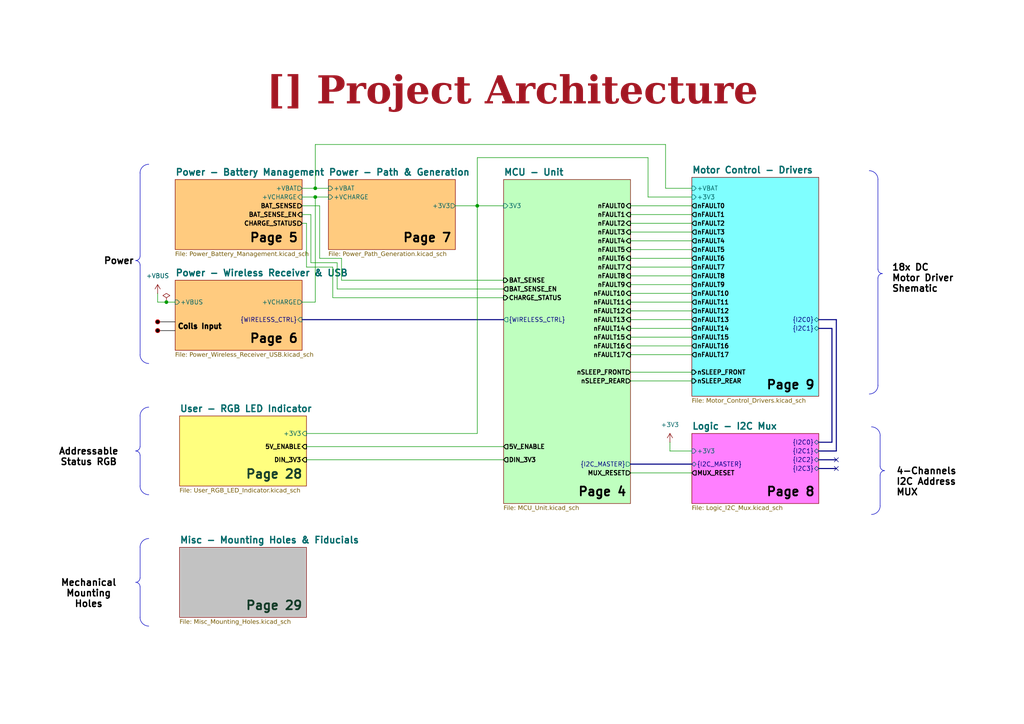
<source format=kicad_sch>
(kicad_sch (version 20250114) (generator "eeschema") (generator_version "9.0")
  (paper "A4")
  (title_block (title "Project Architecture") (date "2025-02-16") (rev "${REVISION}") (company "${COMPANY}"))
  (lib_symbols
    (symbol "power:+3V3" (power) (pin_numbers (hide yes)) (pin_names (offset 0) (hide yes))
      (property "Value" "+3V3" (at 0 3.556 0))
      (symbol "+3V3_0_1"
        (polyline (pts (xy -0.762 1.27) (xy 0 2.54)))
        (polyline (pts (xy 0 2.54) (xy 0.762 1.27)))
        (polyline (pts (xy 0 0) (xy 0 2.54)))
      )
      (symbol "+3V3_1_1"
        (pin power_in line (at 0 0 90) (length 0) (name "~") (number "1"))
      )
    )
    (symbol "power:PWR_FLAG" (power) (pin_numbers (hide yes)) (pin_names (offset 0) (hide yes))
      (property "Value" "PWR_FLAG" (at 0 3.81 0))
      (symbol "PWR_FLAG_0_0"
        (pin power_out line (at 0 0 90) (length 0) (name "~") (number "1"))
      )
      (symbol "PWR_FLAG_0_1"
        (polyline (pts (xy 0 0) (xy 0 1.27) (xy -1.016 1.905) (xy 0 2.54) (xy 1.016 1.905) (xy 0 1.27)))
      )
    )
    (symbol "power:VBUS" (power) (pin_numbers (hide yes)) (pin_names (offset 0) (hide yes))
      (property "Value" "VBUS" (at 0 3.556 0))
      (symbol "VBUS_0_1"
        (polyline (pts (xy -0.762 1.27) (xy 0 2.54)))
        (polyline (pts (xy 0 2.54) (xy 0.762 1.27)))
        (polyline (pts (xy 0 0) (xy 0 2.54)))
      )
      (symbol "VBUS_1_1"
        (pin power_in line (at 0 0 90) (length 0) (name "~") (number "1"))
      )
    )
  )
  (bus_alias "I2C_MASTER" (members "I2C1_SCL" "I2C1_SDA"))
  (arc (start 40.62 74.315) (mid 40.2451 75.2101) (end 39.35 75.585))
  (arc (start 43.16 143.49) (mid 41.3657 142.7458) (end 40.62 140.95))
  (arc (start 256.56 136.505) (mid 255.6649 136.1301) (end 255.29 135.235))
  (arc (start 40.62 167.62) (mid 40.2434 168.5119) (end 39.35 168.89))
  (circle (center 45.72 93.345) (radius 0.635) (stroke (width 0) (color 255 0 0 1)) (fill (type color) (color 0 0 0 1)))
  (arc (start 255.29 137.775) (mid 255.6649 136.8799) (end 256.56 136.505))
  (arc (start 252.75 123.805) (mid 254.5402 124.5548) (end 255.29 126.345))
  (arc (start 40.62 158.73) (mid 41.3715 156.9429) (end 43.16 156.19))
  (arc (start 43.16 105.43) (mid 41.3698 104.6802) (end 40.62 102.89))
  (arc (start 255.925 79.355) (mid 255.0299 78.9801) (end 254.655 78.085))
  (arc (start 254.655 111.74) (mid 253.9111 113.5361) (end 252.115 114.28))
  (arc (start 40.62 50.185) (mid 41.3639 48.3889) (end 43.16 47.645))
  (arc (start 43.16 181.59) (mid 41.3657 180.8458) (end 40.62 179.05))
  (arc (start 39.35 130.79) (mid 40.2469 131.1646) (end 40.62 132.06))
  (arc (start 39.35 75.585) (mid 40.2451 75.9599) (end 40.62 76.855))
  (arc (start 254.655 80.625) (mid 255.0299 79.7299) (end 255.925 79.355))
  (circle (center 45.72 95.885) (radius 0.635) (stroke (width 0) (color 255 0 0 1)) (fill (type color) (color 0 0 0 1)))
  (arc (start 252.115 49.51) (mid 253.9052 50.2598) (end 254.655 52.05))
  (arc (start 255.29 146.665) (mid 254.5461 148.4611) (end 252.75 149.205))
  (arc (start 40.62 129.52) (mid 40.2434 130.4119) (end 39.35 130.79))
  (arc (start 40.62 120.63) (mid 41.3715 118.8429) (end 43.16 118.09))
  (arc (start 39.35 168.89) (mid 40.2469 169.2646) (end 40.62 170.16))
  (text "Page 28" (at 87.884 139.192 0) (effects (font (size 2.54 2.54) (bold yes)) (justify right bottom)))
  (text "Page 7" (at 131.064 70.612 0) (effects (font (size 2.54 2.54) (bold yes)) (justify right bottom)))
  (text "Page 6" (at 86.614 99.822 0) (effects (font (size 2.54 2.54) (bold yes)) (justify right bottom)))
  (text "Page 4" (at 181.864 144.272 0) (effects (font (size 2.54 2.54) (bold yes)) (justify right bottom)))
  (text "Page 5" (at 86.614 70.612 0) (effects (font (size 2.54 2.54) (bold yes)) (justify right bottom)))
  (text "Page 9" (at 236.474 113.284 0) (effects (font (size 2.54 2.54) (bold yes)) (justify right bottom)))
  (text "Page 8" (at 236.474 144.272 0) (effects (font (size 2.54 2.54) (bold yes)) (justify right bottom)))
  (text "Page 29" (at 87.884 177.292 0) (effects (font (size 2.54 2.54) (bold yes)) (justify right bottom)))
  (text_box "4-Channels I2C Address MUX" (at 258.445 133.985 0) (size 22.225 7.62) (margins 1.4287 1.4287 1.4287 1.4287) (stroke (width -0.0001)) (effects (font (size 1.905 1.905) (thickness 0.381) (bold yes)) (justify left top)))
  (text_box "Coils Input" (at 49.9753 92.2759 0) (size 17.145 5.1) (margins 1.4287 1.4287 1.4287 1.4287) (stroke (width -0.0001)) (effects (font (size 1.524 1.524) (thickness 0.381) (bold yes)) (justify left top)))
  (text_box "[${#}] ${TITLE}" (at 12.065 20.32 0) (size 273.05 12.7) (margins 5.9999 5.9999 5.9999 5.9999) (stroke (width -0.0001)) (effects (font (size 8 8) (thickness 1.2) (bold yes))))
  (text_box "18x DC Motor Driver Shematic" (at 257.175 74.93 0) (size 22.86 8.255) (margins 1.4287 1.4287 1.4287 1.4287) (stroke (width -0.0001)) (effects (font (size 1.905 1.905) (thickness 0.381) (bold yes)) (justify left top)))
  (text_box "Mechanical Mounting Holes" (at 13.97 166.37 0) (size 23.495 11.43) (margins 1.4287 1.4287 1.4287 1.4287) (stroke (width -0.0001)) (effects (font (size 1.905 1.905) (thickness 0.381) (bold yes)) (justify top)))
  (text_box "Power" (at 28.575 73.025 0) (size 17.145 5.1) (margins 1.4287 1.4287 1.4287 1.4287) (stroke (width -0.0001)) (effects (font (size 1.905 1.905) (thickness 0.381) (bold yes)) (justify left top)))
  (text_box "Addressable Status RGB " (at 13.97 128.27 0) (size 23.495 11.43) (margins 1.4287 1.4287 1.4287 1.4287) (stroke (width -0.0001)) (effects (font (size 1.905 1.905) (thickness 0.381) (bold yes)) (justify top)))
  (junction (at 91.44 54.61))
  (junction (at 91.44 57.15))
  (junction (at 48.26 87.63))
  (junction (at 138.43 59.69))
  (no_connect (at 242.57 135.89))
  (no_connect (at 242.57 133.35))
  (wire (pts (xy 182.88 102.87) (xy 200.66 102.87)))
  (polyline (pts (xy 40.64 170.18) (xy 40.64 179.07)))
  (wire (pts (xy 182.88 74.93) (xy 200.66 74.93)))
  (wire (pts (xy 182.88 95.25) (xy 200.66 95.25)))
  (wire (pts (xy 182.88 72.39) (xy 200.66 72.39)))
  (bus (pts (xy 237.49 92.71) (xy 242.57 92.71)))
  (wire (pts (xy 87.63 59.69) (xy 92.71 59.69)))
  (wire (pts (xy 87.63 54.61) (xy 91.44 54.61)))
  (wire (pts (xy 48.26 87.63) (xy 50.8 87.63)))
  (wire (pts (xy 91.44 57.15) (xy 95.25 57.15)))
  (bus (pts (xy 242.57 92.71) (xy 242.57 130.81)))
  (wire (pts (xy 92.71 59.69) (xy 92.71 74.93)))
  (wire (pts (xy 45.72 85.09) (xy 45.72 87.63)))
  (wire (pts (xy 87.63 62.23) (xy 90.17 62.23)))
  (wire (pts (xy 97.79 83.82) (xy 146.05 83.82)))
  (wire (pts (xy 182.88 137.16) (xy 200.66 137.16)))
  (wire (pts (xy 187.96 45.72) (xy 187.96 57.15)))
  (wire (pts (xy 96.52 86.36) (xy 146.05 86.36)))
  (bus (pts (xy 237.49 130.81) (xy 242.57 130.81)))
  (wire (pts (xy 182.88 80.01) (xy 200.66 80.01)))
  (wire (pts (xy 138.43 59.69) (xy 146.05 59.69)))
  (polyline (pts (xy 254.635 80.645) (xy 254.635 111.76)))
  (bus (pts (xy 182.88 134.62) (xy 200.66 134.62)))
  (wire (pts (xy 182.88 85.09) (xy 200.66 85.09)))
  (bus (pts (xy 237.49 95.25) (xy 241.3 95.25)))
  (polyline (pts (xy 40.64 158.75) (xy 40.64 167.64)))
  (polyline (pts (xy 254.635 52.07) (xy 254.635 78.105)))
  (wire (pts (xy 88.9 125.73) (xy 138.43 125.73)))
  (polyline (pts (xy 40.64 102.87) (xy 40.64 76.835)))
  (wire (pts (xy 187.96 57.15) (xy 200.66 57.15)))
  (wire (pts (xy 182.88 107.95) (xy 200.66 107.95)))
  (wire (pts (xy 182.88 100.33) (xy 200.66 100.33)))
  (wire (pts (xy 45.72 87.63) (xy 48.26 87.63)))
  (wire (pts (xy 96.52 77.47) (xy 96.52 86.36)))
  (wire (pts (xy 138.43 45.72) (xy 138.43 59.69)))
  (wire (pts (xy 182.88 92.71) (xy 200.66 92.71)))
  (wire (pts (xy 194.31 128.27) (xy 194.31 130.81)))
  (wire (pts (xy 88.9 129.54) (xy 146.05 129.54)))
  (wire (pts (xy 193.04 54.61) (xy 200.66 54.61)))
  (wire (pts (xy 182.88 97.79) (xy 200.66 97.79)))
  (wire (pts (xy 87.63 87.63) (xy 91.44 87.63)))
  (wire (pts (xy 138.43 45.72) (xy 187.96 45.72)))
  (polyline (pts (xy 255.27 126.365) (xy 255.27 135.255)))
  (wire (pts (xy 90.17 76.2) (xy 97.79 76.2)))
  (wire (pts (xy 182.88 82.55) (xy 200.66 82.55)))
  (wire (pts (xy 182.88 62.23) (xy 200.66 62.23)))
  (wire (pts (xy 90.17 62.23) (xy 90.17 76.2)))
  (polyline (pts (xy 255.27 137.795) (xy 255.27 146.685)))
  (wire (pts (xy 88.9 133.35) (xy 146.05 133.35)))
  (bus (pts (xy 237.49 128.27) (xy 241.3 128.27)))
  (wire (pts (xy 182.88 77.47) (xy 200.66 77.47)))
  (wire (pts (xy 182.88 90.17) (xy 200.66 90.17)))
  (wire (pts (xy 182.88 110.49) (xy 200.66 110.49)))
  (wire (pts (xy 87.63 57.15) (xy 91.44 57.15)))
  (bus (pts (xy 241.3 95.25) (xy 241.3 128.27)))
  (bus (pts (xy 237.49 133.35) (xy 242.57 133.35)))
  (wire (pts (xy 99.06 81.28) (xy 146.05 81.28)))
  (wire (pts (xy 182.88 69.85) (xy 200.66 69.85)))
  (wire (pts (xy 138.43 59.69) (xy 138.43 125.73)))
  (wire (pts (xy 182.88 87.63) (xy 200.66 87.63)))
  (wire (pts (xy 87.63 64.77) (xy 88.9 64.77)))
  (polyline (pts (xy 45.72 95.885) (xy 50.8 95.885)) (stroke (width 0) (type solid) (color 0 0 0 1)))
  (wire (pts (xy 91.44 41.91) (xy 193.04 41.91)))
  (bus (pts (xy 237.49 135.89) (xy 242.57 135.89)))
  (bus (pts (xy 87.63 92.71) (xy 146.05 92.71)))
  (wire (pts (xy 182.88 59.69) (xy 200.66 59.69)))
  (wire (pts (xy 91.44 57.15) (xy 91.44 87.63)))
  (polyline (pts (xy 45.72 93.345) (xy 50.8 93.345)) (stroke (width 0) (type solid) (color 0 0 0 1)))
  (wire (pts (xy 193.04 41.91) (xy 193.04 54.61)))
  (wire (pts (xy 182.88 64.77) (xy 200.66 64.77)))
  (wire (pts (xy 182.88 67.31) (xy 200.66 67.31)))
  (wire (pts (xy 91.44 41.91) (xy 91.44 54.61)))
  (wire (pts (xy 91.44 54.61) (xy 95.25 54.61)))
  (wire (pts (xy 132.08 59.69) (xy 138.43 59.69)))
  (wire (pts (xy 88.9 77.47) (xy 96.52 77.47)))
  (polyline (pts (xy 40.64 132.08) (xy 40.64 140.97)))
  (wire (pts (xy 99.06 74.93) (xy 99.06 81.28)))
  (polyline (pts (xy 40.64 120.65) (xy 40.64 129.54)))
  (wire (pts (xy 88.9 64.77) (xy 88.9 77.47)))
  (wire (pts (xy 92.71 74.93) (xy 99.06 74.93)))
  (polyline (pts (xy 40.64 74.295) (xy 40.64 50.165)))
  (wire (pts (xy 194.31 130.81) (xy 200.66 130.81)))
  (wire (pts (xy 97.79 76.2) (xy 97.79 83.82)))
  (symbol (lib_id "power:PWR_FLAG") (at 48.26 87.63 0) (unit 1)
    (property "Reference" "#FLG0301" (effects (hide yes)))
    (property "Value" "PWR_FLAG" (effects (hide yes)))
    (property "Description" "Special symbol for telling ERC where power comes from" (effects (hide yes)))
  )
  (symbol (lib_id "power:VBUS") (at 45.72 85.09 0) (unit 1)
    (property "Reference" "#PWR0301" (effects (hide yes)))
    (property "Value" "+VBUS" (at 45.72 80.01 0))
    (property "Description" "Power symbol creates a global label with name \"VBUS\"" (effects (hide yes)))
  )
  (symbol (lib_id "power:+3V3") (at 194.31 128.27 0) (unit 1)
    (property "Reference" "#PWR0302" (effects (hide yes)))
    (property "Value" "+3V3" (at 194.31 123.19 0))
    (property "Description" "Power symbol creates a global label with name \"+3V3\"" (effects (hide yes)))
  )
  (sheet (at 200.66 51.435) (size 36.83 63.5) (stroke (width 0.1524)) (fill (color 0 255 255 0.5000))
    (property "Sheetname" "Motor Control - Drivers" (at 200.66 50.4059 0) (effects (font (size 1.905 1.905) (bold yes)) (justify left bottom)))
    (property "Sheetfile" "Motor_Control_Drivers.kicad_sch" (at 200.66 115.5196 0) (effects (justify left top)))
    (pin "+3V3" input (at 200.66 57.15 180))
    (pin "+VBAT" input (at 200.66 54.61 180))
    (pin "nFAULT0" output (at 200.66 59.69 180) (effects (font (thickness 0.254) (bold yes))))
    (pin "nFAULT1" output (at 200.66 62.23 180) (effects (font (thickness 0.254) (bold yes))))
    (pin "nFAULT2" output (at 200.66 64.77 180) (effects (font (thickness 0.254) (bold yes))))
    (pin "nFAULT3" output (at 200.66 67.31 180) (effects (font (thickness 0.254) (bold yes))))
    (pin "nFAULT4" output (at 200.66 69.85 180) (effects (font (thickness 0.254) (bold yes))))
    (pin "nFAULT5" output (at 200.66 72.39 180) (effects (font (thickness 0.254) (bold yes))))
    (pin "nFAULT6" output (at 200.66 74.93 180) (effects (font (thickness 0.254) (bold yes))))
    (pin "nFAULT7" output (at 200.66 77.47 180) (effects (font (thickness 0.254) (bold yes))))
    (pin "nFAULT8" output (at 200.66 80.01 180) (effects (font (thickness 0.254) (bold yes))))
    (pin "nFAULT9" output (at 200.66 82.55 180) (effects (font (thickness 0.254) (bold yes))))
    (pin "nFAULT10" output (at 200.66 85.09 180) (effects (font (thickness 0.254) (bold yes))))
    (pin "nFAULT11" output (at 200.66 87.63 180) (effects (font (thickness 0.254) (bold yes))))
    (pin "nFAULT12" output (at 200.66 90.17 180) (effects (font (thickness 0.254) (bold yes))))
    (pin "nFAULT13" output (at 200.66 92.71 180) (effects (font (thickness 0.254) (bold yes))))
    (pin "nFAULT14" output (at 200.66 95.25 180) (effects (font (thickness 0.254) (bold yes))))
    (pin "nFAULT15" output (at 200.66 97.79 180) (effects (font (thickness 0.254) (bold yes))))
    (pin "nFAULT16" output (at 200.66 100.33 180) (effects (font (thickness 0.254) (bold yes))))
    (pin "nFAULT17" output (at 200.66 102.87 180) (effects (font (thickness 0.254) (bold yes))))
    (pin "nSLEEP_FRONT" input (at 200.66 107.95 180) (effects (font (thickness 0.254) (bold yes))))
    (pin "nSLEEP_REAR" input (at 200.66 110.49 180) (effects (font (thickness 0.254) (bold yes))))
    (pin "{I2C0}" bidirectional (at 237.49 92.71 0))
    (pin "{I2C1}" bidirectional (at 237.49 95.25 0))
  )
  (sheet (at 95.25 52.07) (size 36.83 20.32) (stroke (width 0.1524)) (fill (color 255 153 0 0.5000))
    (property "Sheetname" "Power - Path & Generation" (at 95.25 51.0409 0) (effects (font (size 1.905 1.905) (bold yes)) (justify left bottom)))
    (property "Sheetfile" "Power_Path_Generation.kicad_sch" (at 95.25 72.9746 0) (effects (justify left top)))
    (pin "+3V3" output (at 132.08 59.69 0))
    (pin "+VBAT" input (at 95.25 54.61 180))
    (pin "+VCHARGE" input (at 95.25 57.15 180))
  )
  (sheet (at 52.07 120.65) (size 36.83 20.32) (stroke (width 0.1524)) (fill (color 255 255 0 0.5000))
    (property "Sheetname" "User - RGB LED Indicator" (at 52.07 119.6209 0) (effects (font (size 1.905 1.905) (bold yes)) (justify left bottom)))
    (property "Sheetfile" "User_RGB_LED_Indicator.kicad_sch" (at 52.07 141.5546 0) (effects (justify left top)))
    (pin "+3V3" input (at 88.9 125.73 0))
    (pin "5V_ENABLE" input (at 88.9 129.54 0) (effects (font (thickness 0.254) (bold yes))))
    (pin "DIN_3V3" input (at 88.9 133.35 0) (effects (font (thickness 0.254) (bold yes))))
  )
  (sheet (at 146.05 52.07) (size 36.83 93.98) (stroke (width 0.1524)) (fill (color 128 255 128 0.5000))
    (property "Sheetname" "MCU - Unit" (at 146.05 51.0409 0) (effects (font (size 1.905 1.905) (bold yes)) (justify left bottom)))
    (property "Sheetfile" "MCU_Unit.kicad_sch" (at 146.05 146.6346 0) (effects (justify left top)))
    (pin "3V3" input (at 146.05 59.69 180))
    (pin "BAT_SENSE_EN" output (at 146.05 83.82 180) (effects (font (thickness 0.254) (bold yes))))
    (pin "CHARGE_STATUS" input (at 146.05 86.36 180) (effects (font (thickness 0.254) (bold yes))))
    (pin "nSLEEP_FRONT" output (at 182.88 107.95 0) (effects (font (thickness 0.254) (bold yes))))
    (pin "nSLEEP_REAR" output (at 182.88 110.49 0) (effects (font (thickness 0.254) (bold yes))))
    (pin "5V_ENABLE" output (at 146.05 129.54 180) (effects (font (thickness 0.254) (bold yes))))
    (pin "DIN_3V3" output (at 146.05 133.35 180) (effects (font (thickness 0.254) (bold yes))))
    (pin "BAT_SENSE" input (at 146.05 81.28 180) (effects (font (thickness 0.254) (bold yes))))
    (pin "nFAULT0" input (at 182.88 59.69 0) (effects (font (thickness 0.254) (bold yes))))
    (pin "nFAULT1" input (at 182.88 62.23 0) (effects (font (thickness 0.254) (bold yes))))
    (pin "nFAULT2" input (at 182.88 64.77 0) (effects (font (thickness 0.254) (bold yes))))
    (pin "nFAULT3" input (at 182.88 67.31 0) (effects (font (thickness 0.254) (bold yes))))
    (pin "nFAULT4" input (at 182.88 69.85 0) (effects (font (thickness 0.254) (bold yes))))
    (pin "nFAULT5" input (at 182.88 72.39 0) (effects (font (thickness 0.254) (bold yes))))
    (pin "nFAULT6" input (at 182.88 74.93 0) (effects (font (thickness 0.254) (bold yes))))
    (pin "nFAULT7" input (at 182.88 77.47 0) (effects (font (thickness 0.254) (bold yes))))
    (pin "nFAULT8" input (at 182.88 80.01 0) (effects (font (thickness 0.254) (bold yes))))
    (pin "nFAULT9" input (at 182.88 82.55 0) (effects (font (thickness 0.254) (bold yes))))
    (pin "nFAULT10" input (at 182.88 85.09 0) (effects (font (thickness 0.254) (bold yes))))
    (pin "nFAULT11" input (at 182.88 87.63 0) (effects (font (thickness 0.254) (bold yes))))
    (pin "nFAULT12" input (at 182.88 90.17 0) (effects (font (thickness 0.254) (bold yes))))
    (pin "nFAULT13" input (at 182.88 92.71 0) (effects (font (thickness 0.254) (bold yes))))
    (pin "nFAULT14" input (at 182.88 95.25 0) (effects (font (thickness 0.254) (bold yes))))
    (pin "nFAULT15" input (at 182.88 97.79 0) (effects (font (thickness 0.254) (bold yes))))
    (pin "nFAULT16" input (at 182.88 100.33 0) (effects (font (thickness 0.254) (bold yes))))
    (pin "nFAULT17" input (at 182.88 102.87 0) (effects (font (thickness 0.254) (bold yes))))
    (pin "MUX_RESET" output (at 182.88 137.16 0) (effects (font (thickness 0.254) (bold yes))))
    (pin "{I2C_MASTER}" output (at 182.88 134.62 0))
    (pin "{WIRELESS_CTRL}" output (at 146.05 92.71 180))
  )
  (sheet (at 200.66 125.73) (size 36.83 20.32) (stroke (width 0.1524)) (fill (color 255 0 255 0.5000))
    (property "Sheetname" "Logic - I2C Mux" (at 200.66 124.7009 0) (effects (font (size 1.905 1.905) (bold yes)) (justify left bottom)))
    (property "Sheetfile" "Logic_I2C_Mux.kicad_sch" (at 200.66 146.6346 0) (effects (justify left top)))
    (pin "+3V3" input (at 200.66 130.81 180))
    (pin "MUX_RESET" output (at 200.66 137.16 180) (effects (font (thickness 0.254) (bold yes))))
    (pin "{I2C0}" bidirectional (at 237.49 128.27 0))
    (pin "{I2C1}" bidirectional (at 237.49 130.81 0))
    (pin "{I2C2}" bidirectional (at 237.49 133.35 0))
    (pin "{I2C3}" bidirectional (at 237.49 135.89 0))
    (pin "{I2C_MASTER}" bidirectional (at 200.66 134.62 180))
  )
  (sheet (at 52.07 158.75) (size 36.83 20.32) (stroke (width 0.1524)) (fill (color 194 194 194 1.0000))
    (property "Sheetname" "Misc - Mounting Holes & Fiducials" (at 52.07 157.7209 0) (effects (font (size 1.905 1.905) (bold yes)) (justify left bottom)))
    (property "Sheetfile" "Misc_Mounting_Holes.kicad_sch" (at 52.07 179.6546 0) (effects (justify left top)))
  )
  (sheet (at 50.8 52.07) (size 36.83 20.32) (stroke (width 0.1524)) (fill (color 255 153 0 0.5000))
    (property "Sheetname" "Power - Battery Management" (at 50.8 51.0409 0) (effects (font (size 1.905 1.905) (bold yes)) (justify left bottom)))
    (property "Sheetfile" "Power_Battery_Management.kicad_sch" (at 50.8 72.9746 0) (effects (justify left top)))
    (pin "+VBAT" output (at 87.63 54.61 0))
    (pin "+VCHARGE" input (at 87.63 57.15 0))
    (pin "CHARGE_STATUS" output (at 87.63 64.77 0) (effects (font (thickness 0.254) (bold yes))))
    (pin "BAT_SENSE_EN" input (at 87.63 62.23 0) (effects (font (thickness 0.254) (bold yes))))
    (pin "BAT_SENSE" output (at 87.63 59.69 0) (effects (font (thickness 0.254) (bold yes))))
  )
  (sheet (at 50.8 81.28) (size 36.83 20.32) (stroke (width 0.1524)) (fill (color 255 153 0 0.5000))
    (property "Sheetname" "Power - Wireless Receiver & USB" (at 50.8 80.2509 0) (effects (font (size 1.905 1.905) (bold yes)) (justify left bottom)))
    (property "Sheetfile" "Power_Wireless_Receiver_USB.kicad_sch" (at 50.8 102.1846 0) (effects (justify left top)))
    (pin "+VCHARGE" output (at 87.63 87.63 0))
    (pin "+VBUS" input (at 50.8 87.63 180))
    (pin "{WIRELESS_CTRL}" input (at 87.63 92.71 0))
  )
)
</source>
